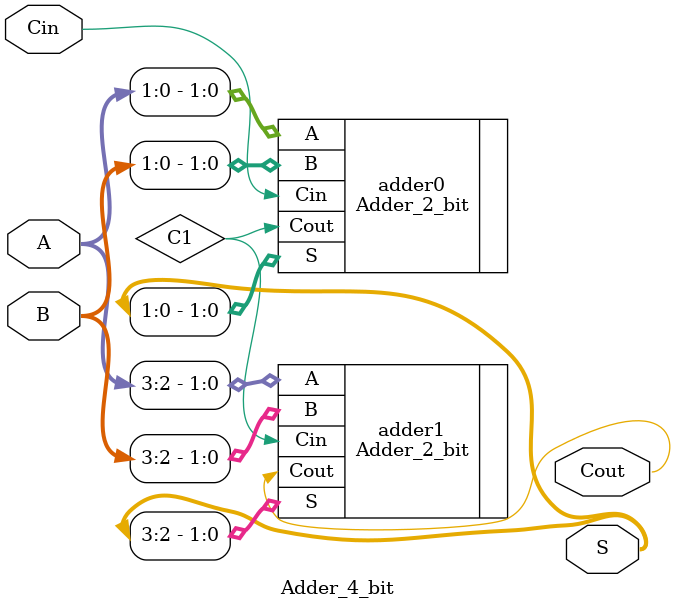
<source format=v>
module Adder_4_bit (
    input wire [3:0] A, B,   // 4-bit inputs
    input wire Cin,          // Carry-in for the least significant bit
    output wire [3:0] S,     // 4-bit sum output
    output wire Cout         // Carry-out from the most significant bit
);

    wire C1;                 // Intermediate carry between the two 2-bit adders

    // First 2-bit adder for the least significant bits
    Adder_2_bit adder0 (
        .A(A[1:0]),
        .B(B[1:0]),
        .Cin(Cin),
        .S(S[1:0]),
        .Cout(C1)
    );

    // Second 2-bit adder for the most significant bits
    Adder_2_bit adder1 (
        .A(A[3:2]),
        .B(B[3:2]),
        .Cin(C1),
        .S(S[3:2]),
        .Cout(Cout)
    );

endmodule

</source>
